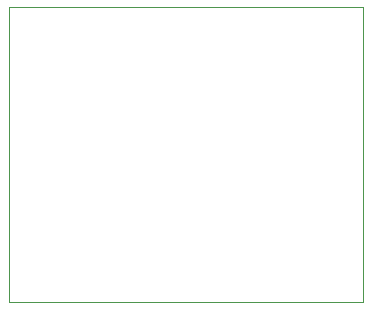
<source format=gbr>
%TF.GenerationSoftware,KiCad,Pcbnew,(6.0.4-0)*%
%TF.CreationDate,2022-05-13T17:31:48+02:00*%
%TF.ProjectId,vcc_distributor,7663635f-6469-4737-9472-696275746f72,rev?*%
%TF.SameCoordinates,Original*%
%TF.FileFunction,Profile,NP*%
%FSLAX46Y46*%
G04 Gerber Fmt 4.6, Leading zero omitted, Abs format (unit mm)*
G04 Created by KiCad (PCBNEW (6.0.4-0)) date 2022-05-13 17:31:48*
%MOMM*%
%LPD*%
G01*
G04 APERTURE LIST*
%TA.AperFunction,Profile*%
%ADD10C,0.038100*%
%TD*%
G04 APERTURE END LIST*
D10*
X99000000Y-46500000D02*
X129000000Y-46500000D01*
X129000000Y-46500000D02*
X129000000Y-71500000D01*
X129000000Y-71500000D02*
X99000000Y-71500000D01*
X99000000Y-71500000D02*
X99000000Y-46500000D01*
M02*

</source>
